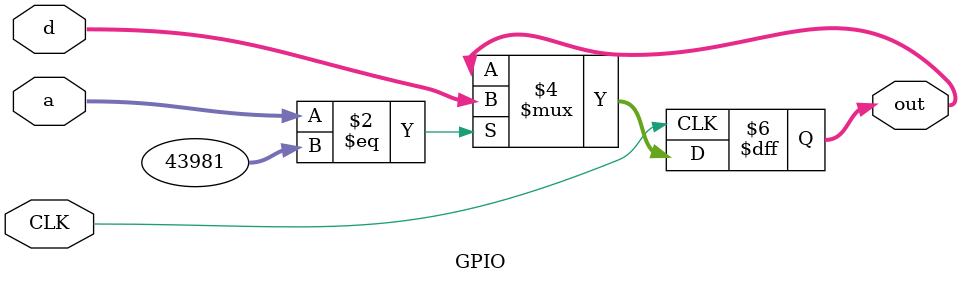
<source format=v>
`timescale 1ns / 1ps
/*MÓDULO GPIO: El módulo de GPIO se encarga de manejar la sálida del microprocesador, posee dos entradas y un clock, 
"a" se encarga de revisar el momento en que se llega al puntero que apunta a la sálida definido en todos los códigos, 
"d" se encarga de traer la información y escribirla en la sálida (out) del microprocesador.

ENTRADAS (3): a[31:0], d[31:0], CLK
SALIDAS (1):   out[31:0]
*/
module GPIO(
    input [31:0] a,
    input [31:0] d,
	 input CLK,
    output reg [31:0] out
    );

//Inicialización de la sálida
initial begin
	out = 0;
end

//Revisa con cada clock si "a" esta en la posición correcta
always @(posedge CLK) begin
	if (a == 32'habcd) begin
		out <= d; //Si es asi entonces coloca la información que trae "d" en el registro de sálida
	end
end	

endmodule 
</source>
